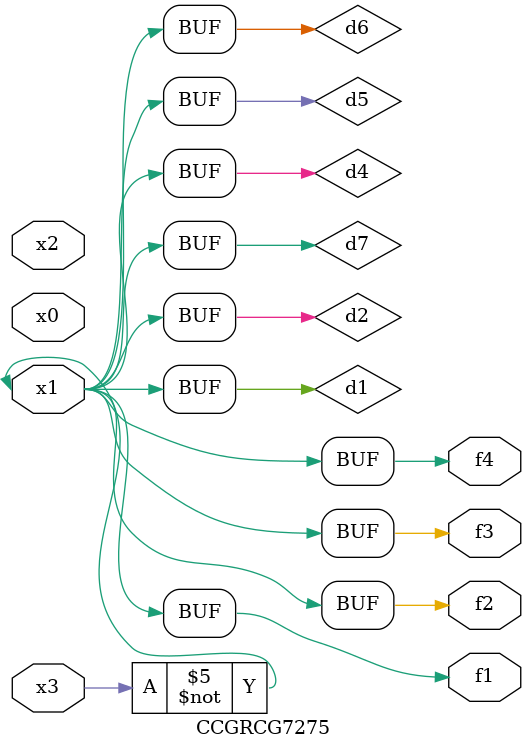
<source format=v>
module CCGRCG7275(
	input x0, x1, x2, x3,
	output f1, f2, f3, f4
);

	wire d1, d2, d3, d4, d5, d6, d7;

	not (d1, x3);
	buf (d2, x1);
	xnor (d3, d1, d2);
	nor (d4, d1);
	buf (d5, d1, d2);
	buf (d6, d4, d5);
	nand (d7, d4);
	assign f1 = d6;
	assign f2 = d7;
	assign f3 = d6;
	assign f4 = d6;
endmodule

</source>
